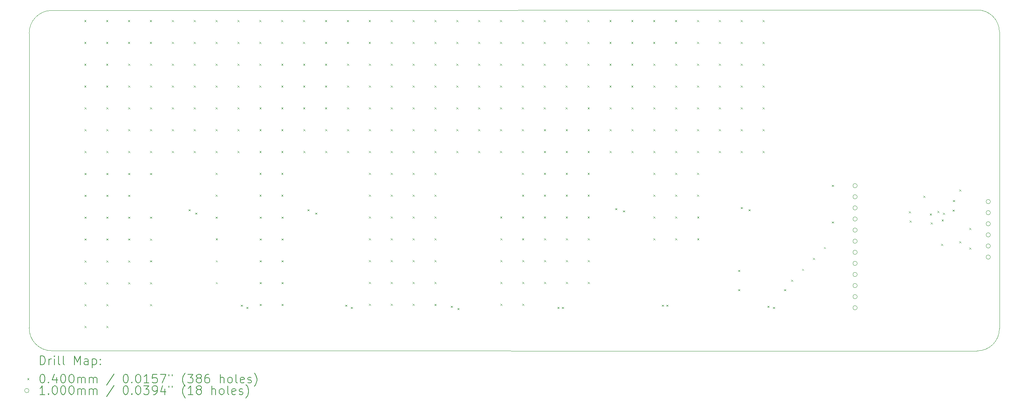
<source format=gbr>
%TF.GenerationSoftware,KiCad,Pcbnew,6.0.8-f2edbf62ab~116~ubuntu20.04.1*%
%TF.CreationDate,2022-10-14T13:30:34-04:00*%
%TF.ProjectId,developmentboard,64657665-6c6f-4706-9d65-6e74626f6172,rev?*%
%TF.SameCoordinates,Original*%
%TF.FileFunction,Drillmap*%
%TF.FilePolarity,Positive*%
%FSLAX45Y45*%
G04 Gerber Fmt 4.5, Leading zero omitted, Abs format (unit mm)*
G04 Created by KiCad (PCBNEW 6.0.8-f2edbf62ab~116~ubuntu20.04.1) date 2022-10-14 13:30:34*
%MOMM*%
%LPD*%
G01*
G04 APERTURE LIST*
%ADD10C,0.100000*%
%ADD11C,0.200000*%
%ADD12C,0.040000*%
G04 APERTURE END LIST*
D10*
X25599400Y-12517819D02*
G75*
G03*
X26109400Y-12005600I5600J504429D01*
G01*
X26109395Y-5215600D02*
G75*
G03*
X25599400Y-4715600I-502726J-2680D01*
G01*
X26109400Y-5215600D02*
X26109400Y-12005600D01*
X25599400Y-12517818D02*
X4449400Y-12515600D01*
X4439400Y-4725600D02*
G75*
G03*
X3929400Y-5245600I5962J-515944D01*
G01*
X3929400Y-11985600D02*
X3929400Y-5245600D01*
X4439400Y-4725600D02*
X25599400Y-4715600D01*
X3929401Y-11985600D02*
G75*
G03*
X4449400Y-12515600I513809J-15980D01*
G01*
D11*
D12*
X5188400Y-4945600D02*
X5228400Y-4985600D01*
X5228400Y-4945600D02*
X5188400Y-4985600D01*
X5188400Y-5445600D02*
X5228400Y-5485600D01*
X5228400Y-5445600D02*
X5188400Y-5485600D01*
X5189400Y-5945600D02*
X5229400Y-5985600D01*
X5229400Y-5945600D02*
X5189400Y-5985600D01*
X5189400Y-6445600D02*
X5229400Y-6485600D01*
X5229400Y-6445600D02*
X5189400Y-6485600D01*
X5190400Y-6944600D02*
X5230400Y-6984600D01*
X5230400Y-6944600D02*
X5190400Y-6984600D01*
X5191400Y-7444600D02*
X5231400Y-7484600D01*
X5231400Y-7444600D02*
X5191400Y-7484600D01*
X5191400Y-7944600D02*
X5231400Y-7984600D01*
X5231400Y-7944600D02*
X5191400Y-7984600D01*
X5191400Y-8445600D02*
X5231400Y-8485600D01*
X5231400Y-8445600D02*
X5191400Y-8485600D01*
X5191400Y-8945600D02*
X5231400Y-8985600D01*
X5231400Y-8945600D02*
X5191400Y-8985600D01*
X5191400Y-9445600D02*
X5231400Y-9485600D01*
X5231400Y-9445600D02*
X5191400Y-9485600D01*
X5191400Y-9945600D02*
X5231400Y-9985600D01*
X5231400Y-9945600D02*
X5191400Y-9985600D01*
X5191400Y-10446600D02*
X5231400Y-10486600D01*
X5231400Y-10446600D02*
X5191400Y-10486600D01*
X5191400Y-10946600D02*
X5231400Y-10986600D01*
X5231400Y-10946600D02*
X5191400Y-10986600D01*
X5192400Y-11449600D02*
X5232400Y-11489600D01*
X5232400Y-11449600D02*
X5192400Y-11489600D01*
X5192400Y-11949600D02*
X5232400Y-11989600D01*
X5232400Y-11949600D02*
X5192400Y-11989600D01*
X5688400Y-4945600D02*
X5728400Y-4985600D01*
X5728400Y-4945600D02*
X5688400Y-4985600D01*
X5688400Y-5445600D02*
X5728400Y-5485600D01*
X5728400Y-5445600D02*
X5688400Y-5485600D01*
X5689400Y-5945600D02*
X5729400Y-5985600D01*
X5729400Y-5945600D02*
X5689400Y-5985600D01*
X5689400Y-6445600D02*
X5729400Y-6485600D01*
X5729400Y-6445600D02*
X5689400Y-6485600D01*
X5690400Y-6944600D02*
X5730400Y-6984600D01*
X5730400Y-6944600D02*
X5690400Y-6984600D01*
X5691400Y-7444600D02*
X5731400Y-7484600D01*
X5731400Y-7444600D02*
X5691400Y-7484600D01*
X5691400Y-7944600D02*
X5731400Y-7984600D01*
X5731400Y-7944600D02*
X5691400Y-7984600D01*
X5691400Y-8445600D02*
X5731400Y-8485600D01*
X5731400Y-8445600D02*
X5691400Y-8485600D01*
X5691400Y-8945600D02*
X5731400Y-8985600D01*
X5731400Y-8945600D02*
X5691400Y-8985600D01*
X5691400Y-9445600D02*
X5731400Y-9485600D01*
X5731400Y-9445600D02*
X5691400Y-9485600D01*
X5691400Y-9945600D02*
X5731400Y-9985600D01*
X5731400Y-9945600D02*
X5691400Y-9985600D01*
X5691400Y-10446600D02*
X5731400Y-10486600D01*
X5731400Y-10446600D02*
X5691400Y-10486600D01*
X5691400Y-10946600D02*
X5731400Y-10986600D01*
X5731400Y-10946600D02*
X5691400Y-10986600D01*
X5692400Y-11449600D02*
X5732400Y-11489600D01*
X5732400Y-11449600D02*
X5692400Y-11489600D01*
X5692400Y-11949600D02*
X5732400Y-11989600D01*
X5732400Y-11949600D02*
X5692400Y-11989600D01*
X6188400Y-4945600D02*
X6228400Y-4985600D01*
X6228400Y-4945600D02*
X6188400Y-4985600D01*
X6188400Y-5445600D02*
X6228400Y-5485600D01*
X6228400Y-5445600D02*
X6188400Y-5485600D01*
X6189400Y-5945600D02*
X6229400Y-5985600D01*
X6229400Y-5945600D02*
X6189400Y-5985600D01*
X6189400Y-6445600D02*
X6229400Y-6485600D01*
X6229400Y-6445600D02*
X6189400Y-6485600D01*
X6190400Y-6944600D02*
X6230400Y-6984600D01*
X6230400Y-6944600D02*
X6190400Y-6984600D01*
X6191400Y-7444600D02*
X6231400Y-7484600D01*
X6231400Y-7444600D02*
X6191400Y-7484600D01*
X6191400Y-7944600D02*
X6231400Y-7984600D01*
X6231400Y-7944600D02*
X6191400Y-7984600D01*
X6191400Y-8445600D02*
X6231400Y-8485600D01*
X6231400Y-8445600D02*
X6191400Y-8485600D01*
X6191400Y-8945600D02*
X6231400Y-8985600D01*
X6231400Y-8945600D02*
X6191400Y-8985600D01*
X6191400Y-9445600D02*
X6231400Y-9485600D01*
X6231400Y-9445600D02*
X6191400Y-9485600D01*
X6191400Y-9945600D02*
X6231400Y-9985600D01*
X6231400Y-9945600D02*
X6191400Y-9985600D01*
X6191400Y-10446600D02*
X6231400Y-10486600D01*
X6231400Y-10446600D02*
X6191400Y-10486600D01*
X6191400Y-10946600D02*
X6231400Y-10986600D01*
X6231400Y-10946600D02*
X6191400Y-10986600D01*
X6688400Y-4945600D02*
X6728400Y-4985600D01*
X6728400Y-4945600D02*
X6688400Y-4985600D01*
X6688400Y-5445600D02*
X6728400Y-5485600D01*
X6728400Y-5445600D02*
X6688400Y-5485600D01*
X6689400Y-5945600D02*
X6729400Y-5985600D01*
X6729400Y-5945600D02*
X6689400Y-5985600D01*
X6689400Y-6445600D02*
X6729400Y-6485600D01*
X6729400Y-6445600D02*
X6689400Y-6485600D01*
X6690400Y-6944600D02*
X6730400Y-6984600D01*
X6730400Y-6944600D02*
X6690400Y-6984600D01*
X6691400Y-7444600D02*
X6731400Y-7484600D01*
X6731400Y-7444600D02*
X6691400Y-7484600D01*
X6691400Y-7944600D02*
X6731400Y-7984600D01*
X6731400Y-7944600D02*
X6691400Y-7984600D01*
X6691400Y-8445600D02*
X6731400Y-8485600D01*
X6731400Y-8445600D02*
X6691400Y-8485600D01*
X6691400Y-9446600D02*
X6731400Y-9486600D01*
X6731400Y-9446600D02*
X6691400Y-9486600D01*
X6691400Y-9946600D02*
X6731400Y-9986600D01*
X6731400Y-9946600D02*
X6691400Y-9986600D01*
X6692400Y-10445600D02*
X6732400Y-10485600D01*
X6732400Y-10445600D02*
X6692400Y-10485600D01*
X6693400Y-10945600D02*
X6733400Y-10985600D01*
X6733400Y-10945600D02*
X6693400Y-10985600D01*
X6693400Y-11445600D02*
X6733400Y-11485600D01*
X6733400Y-11445600D02*
X6693400Y-11485600D01*
X7189400Y-4944600D02*
X7229400Y-4984600D01*
X7229400Y-4944600D02*
X7189400Y-4984600D01*
X7189400Y-5444600D02*
X7229400Y-5484600D01*
X7229400Y-5444600D02*
X7189400Y-5484600D01*
X7190400Y-5944600D02*
X7230400Y-5984600D01*
X7230400Y-5944600D02*
X7190400Y-5984600D01*
X7190400Y-6444600D02*
X7230400Y-6484600D01*
X7230400Y-6444600D02*
X7190400Y-6484600D01*
X7191400Y-6943600D02*
X7231400Y-6983600D01*
X7231400Y-6943600D02*
X7191400Y-6983600D01*
X7192400Y-7443600D02*
X7232400Y-7483600D01*
X7232400Y-7443600D02*
X7192400Y-7483600D01*
X7192400Y-7943600D02*
X7232400Y-7983600D01*
X7232400Y-7943600D02*
X7192400Y-7983600D01*
X7574600Y-9276400D02*
X7614600Y-9316400D01*
X7614600Y-9276400D02*
X7574600Y-9316400D01*
X7689400Y-4944600D02*
X7729400Y-4984600D01*
X7729400Y-4944600D02*
X7689400Y-4984600D01*
X7689400Y-5444600D02*
X7729400Y-5484600D01*
X7729400Y-5444600D02*
X7689400Y-5484600D01*
X7690400Y-5944600D02*
X7730400Y-5984600D01*
X7730400Y-5944600D02*
X7690400Y-5984600D01*
X7690400Y-6444600D02*
X7730400Y-6484600D01*
X7730400Y-6444600D02*
X7690400Y-6484600D01*
X7691400Y-6943600D02*
X7731400Y-6983600D01*
X7731400Y-6943600D02*
X7691400Y-6983600D01*
X7692400Y-7443600D02*
X7732400Y-7483600D01*
X7732400Y-7443600D02*
X7692400Y-7483600D01*
X7692400Y-7943600D02*
X7732400Y-7983600D01*
X7732400Y-7943600D02*
X7692400Y-7983600D01*
X7727000Y-9352600D02*
X7767000Y-9392600D01*
X7767000Y-9352600D02*
X7727000Y-9392600D01*
X8189400Y-4944600D02*
X8229400Y-4984600D01*
X8229400Y-4944600D02*
X8189400Y-4984600D01*
X8189400Y-5444600D02*
X8229400Y-5484600D01*
X8229400Y-5444600D02*
X8189400Y-5484600D01*
X8190400Y-5944600D02*
X8230400Y-5984600D01*
X8230400Y-5944600D02*
X8190400Y-5984600D01*
X8190400Y-6444600D02*
X8230400Y-6484600D01*
X8230400Y-6444600D02*
X8190400Y-6484600D01*
X8191400Y-6943600D02*
X8231400Y-6983600D01*
X8231400Y-6943600D02*
X8191400Y-6983600D01*
X8192400Y-7443600D02*
X8232400Y-7483600D01*
X8232400Y-7443600D02*
X8192400Y-7483600D01*
X8192400Y-7943600D02*
X8232400Y-7983600D01*
X8232400Y-7943600D02*
X8192400Y-7983600D01*
X8192400Y-8444600D02*
X8232400Y-8484600D01*
X8232400Y-8444600D02*
X8192400Y-8484600D01*
X8193400Y-8944600D02*
X8233400Y-8984600D01*
X8233400Y-8944600D02*
X8193400Y-8984600D01*
X8193400Y-9444600D02*
X8233400Y-9484600D01*
X8233400Y-9444600D02*
X8193400Y-9484600D01*
X8194400Y-9943600D02*
X8234400Y-9983600D01*
X8234400Y-9943600D02*
X8194400Y-9983600D01*
X8195400Y-10443600D02*
X8235400Y-10483600D01*
X8235400Y-10443600D02*
X8195400Y-10483600D01*
X8195400Y-10943600D02*
X8235400Y-10983600D01*
X8235400Y-10943600D02*
X8195400Y-10983600D01*
X8689400Y-4944600D02*
X8729400Y-4984600D01*
X8729400Y-4944600D02*
X8689400Y-4984600D01*
X8689400Y-5444600D02*
X8729400Y-5484600D01*
X8729400Y-5444600D02*
X8689400Y-5484600D01*
X8690400Y-5944600D02*
X8730400Y-5984600D01*
X8730400Y-5944600D02*
X8690400Y-5984600D01*
X8690400Y-6444600D02*
X8730400Y-6484600D01*
X8730400Y-6444600D02*
X8690400Y-6484600D01*
X8691400Y-6943600D02*
X8731400Y-6983600D01*
X8731400Y-6943600D02*
X8691400Y-6983600D01*
X8692400Y-7443600D02*
X8732400Y-7483600D01*
X8732400Y-7443600D02*
X8692400Y-7483600D01*
X8692400Y-7943600D02*
X8732400Y-7983600D01*
X8732400Y-7943600D02*
X8692400Y-7983600D01*
X8768400Y-11460800D02*
X8808400Y-11500800D01*
X8808400Y-11460800D02*
X8768400Y-11500800D01*
X8895400Y-11511600D02*
X8935400Y-11551600D01*
X8935400Y-11511600D02*
X8895400Y-11551600D01*
X9191400Y-4944600D02*
X9231400Y-4984600D01*
X9231400Y-4944600D02*
X9191400Y-4984600D01*
X9191400Y-5444600D02*
X9231400Y-5484600D01*
X9231400Y-5444600D02*
X9191400Y-5484600D01*
X9192400Y-5944600D02*
X9232400Y-5984600D01*
X9232400Y-5944600D02*
X9192400Y-5984600D01*
X9192400Y-6444600D02*
X9232400Y-6484600D01*
X9232400Y-6444600D02*
X9192400Y-6484600D01*
X9193400Y-6943600D02*
X9233400Y-6983600D01*
X9233400Y-6943600D02*
X9193400Y-6983600D01*
X9194400Y-7443600D02*
X9234400Y-7483600D01*
X9234400Y-7443600D02*
X9194400Y-7483600D01*
X9194400Y-7943600D02*
X9234400Y-7983600D01*
X9234400Y-7943600D02*
X9194400Y-7983600D01*
X9194400Y-8444600D02*
X9234400Y-8484600D01*
X9234400Y-8444600D02*
X9194400Y-8484600D01*
X9194400Y-8944600D02*
X9234400Y-8984600D01*
X9234400Y-8944600D02*
X9194400Y-8984600D01*
X9195400Y-9444600D02*
X9235400Y-9484600D01*
X9235400Y-9444600D02*
X9195400Y-9484600D01*
X9195400Y-9944600D02*
X9235400Y-9984600D01*
X9235400Y-9944600D02*
X9195400Y-9984600D01*
X9196400Y-10443600D02*
X9236400Y-10483600D01*
X9236400Y-10443600D02*
X9196400Y-10483600D01*
X9197400Y-10943600D02*
X9237400Y-10983600D01*
X9237400Y-10943600D02*
X9197400Y-10983600D01*
X9197400Y-11443600D02*
X9237400Y-11483600D01*
X9237400Y-11443600D02*
X9197400Y-11483600D01*
X9691400Y-4944600D02*
X9731400Y-4984600D01*
X9731400Y-4944600D02*
X9691400Y-4984600D01*
X9691400Y-5444600D02*
X9731400Y-5484600D01*
X9731400Y-5444600D02*
X9691400Y-5484600D01*
X9692400Y-5944600D02*
X9732400Y-5984600D01*
X9732400Y-5944600D02*
X9692400Y-5984600D01*
X9692400Y-6444600D02*
X9732400Y-6484600D01*
X9732400Y-6444600D02*
X9692400Y-6484600D01*
X9693400Y-6943600D02*
X9733400Y-6983600D01*
X9733400Y-6943600D02*
X9693400Y-6983600D01*
X9694400Y-7443600D02*
X9734400Y-7483600D01*
X9734400Y-7443600D02*
X9694400Y-7483600D01*
X9694400Y-7943600D02*
X9734400Y-7983600D01*
X9734400Y-7943600D02*
X9694400Y-7983600D01*
X9694400Y-8444600D02*
X9734400Y-8484600D01*
X9734400Y-8444600D02*
X9694400Y-8484600D01*
X9694400Y-8944600D02*
X9734400Y-8984600D01*
X9734400Y-8944600D02*
X9694400Y-8984600D01*
X9695400Y-9444600D02*
X9735400Y-9484600D01*
X9735400Y-9444600D02*
X9695400Y-9484600D01*
X9695400Y-9944600D02*
X9735400Y-9984600D01*
X9735400Y-9944600D02*
X9695400Y-9984600D01*
X9696400Y-10443600D02*
X9736400Y-10483600D01*
X9736400Y-10443600D02*
X9696400Y-10483600D01*
X9697400Y-10943600D02*
X9737400Y-10983600D01*
X9737400Y-10943600D02*
X9697400Y-10983600D01*
X9697400Y-11443600D02*
X9737400Y-11483600D01*
X9737400Y-11443600D02*
X9697400Y-11483600D01*
X10191400Y-4944600D02*
X10231400Y-4984600D01*
X10231400Y-4944600D02*
X10191400Y-4984600D01*
X10191400Y-5444600D02*
X10231400Y-5484600D01*
X10231400Y-5444600D02*
X10191400Y-5484600D01*
X10192400Y-5944600D02*
X10232400Y-5984600D01*
X10232400Y-5944600D02*
X10192400Y-5984600D01*
X10192400Y-6444600D02*
X10232400Y-6484600D01*
X10232400Y-6444600D02*
X10192400Y-6484600D01*
X10193400Y-6943600D02*
X10233400Y-6983600D01*
X10233400Y-6943600D02*
X10193400Y-6983600D01*
X10194400Y-7443600D02*
X10234400Y-7483600D01*
X10234400Y-7443600D02*
X10194400Y-7483600D01*
X10194400Y-7943600D02*
X10234400Y-7983600D01*
X10234400Y-7943600D02*
X10194400Y-7983600D01*
X10292400Y-9276400D02*
X10332400Y-9316400D01*
X10332400Y-9276400D02*
X10292400Y-9316400D01*
X10470200Y-9352600D02*
X10510200Y-9392600D01*
X10510200Y-9352600D02*
X10470200Y-9392600D01*
X10691400Y-4944600D02*
X10731400Y-4984600D01*
X10731400Y-4944600D02*
X10691400Y-4984600D01*
X10691400Y-5444600D02*
X10731400Y-5484600D01*
X10731400Y-5444600D02*
X10691400Y-5484600D01*
X10692400Y-5944600D02*
X10732400Y-5984600D01*
X10732400Y-5944600D02*
X10692400Y-5984600D01*
X10692400Y-6444600D02*
X10732400Y-6484600D01*
X10732400Y-6444600D02*
X10692400Y-6484600D01*
X10693400Y-6943600D02*
X10733400Y-6983600D01*
X10733400Y-6943600D02*
X10693400Y-6983600D01*
X10694400Y-7443600D02*
X10734400Y-7483600D01*
X10734400Y-7443600D02*
X10694400Y-7483600D01*
X10694400Y-7943600D02*
X10734400Y-7983600D01*
X10734400Y-7943600D02*
X10694400Y-7983600D01*
X11156000Y-11460800D02*
X11196000Y-11500800D01*
X11196000Y-11460800D02*
X11156000Y-11500800D01*
X11192400Y-4943600D02*
X11232400Y-4983600D01*
X11232400Y-4943600D02*
X11192400Y-4983600D01*
X11192400Y-5443600D02*
X11232400Y-5483600D01*
X11232400Y-5443600D02*
X11192400Y-5483600D01*
X11193400Y-5943600D02*
X11233400Y-5983600D01*
X11233400Y-5943600D02*
X11193400Y-5983600D01*
X11193400Y-6443600D02*
X11233400Y-6483600D01*
X11233400Y-6443600D02*
X11193400Y-6483600D01*
X11194400Y-6942600D02*
X11234400Y-6982600D01*
X11234400Y-6942600D02*
X11194400Y-6982600D01*
X11195400Y-7442600D02*
X11235400Y-7482600D01*
X11235400Y-7442600D02*
X11195400Y-7482600D01*
X11195400Y-7942600D02*
X11235400Y-7982600D01*
X11235400Y-7942600D02*
X11195400Y-7982600D01*
X11283000Y-11511600D02*
X11323000Y-11551600D01*
X11323000Y-11511600D02*
X11283000Y-11551600D01*
X11692400Y-4943600D02*
X11732400Y-4983600D01*
X11732400Y-4943600D02*
X11692400Y-4983600D01*
X11692400Y-5443600D02*
X11732400Y-5483600D01*
X11732400Y-5443600D02*
X11692400Y-5483600D01*
X11693400Y-5943600D02*
X11733400Y-5983600D01*
X11733400Y-5943600D02*
X11693400Y-5983600D01*
X11693400Y-6443600D02*
X11733400Y-6483600D01*
X11733400Y-6443600D02*
X11693400Y-6483600D01*
X11694400Y-6942600D02*
X11734400Y-6982600D01*
X11734400Y-6942600D02*
X11694400Y-6982600D01*
X11694400Y-8442600D02*
X11734400Y-8482600D01*
X11734400Y-8442600D02*
X11694400Y-8482600D01*
X11695400Y-7442600D02*
X11735400Y-7482600D01*
X11735400Y-7442600D02*
X11695400Y-7482600D01*
X11695400Y-7942600D02*
X11735400Y-7982600D01*
X11735400Y-7942600D02*
X11695400Y-7982600D01*
X11695400Y-8941600D02*
X11735400Y-8981600D01*
X11735400Y-8941600D02*
X11695400Y-8981600D01*
X11696400Y-9441600D02*
X11736400Y-9481600D01*
X11736400Y-9441600D02*
X11696400Y-9481600D01*
X11696400Y-9941600D02*
X11736400Y-9981600D01*
X11736400Y-9941600D02*
X11696400Y-9981600D01*
X11696400Y-10441600D02*
X11736400Y-10481600D01*
X11736400Y-10441600D02*
X11696400Y-10481600D01*
X11697400Y-10941600D02*
X11737400Y-10981600D01*
X11737400Y-10941600D02*
X11697400Y-10981600D01*
X11697400Y-11441600D02*
X11737400Y-11481600D01*
X11737400Y-11441600D02*
X11697400Y-11481600D01*
X12192400Y-4943600D02*
X12232400Y-4983600D01*
X12232400Y-4943600D02*
X12192400Y-4983600D01*
X12192400Y-5443600D02*
X12232400Y-5483600D01*
X12232400Y-5443600D02*
X12192400Y-5483600D01*
X12193400Y-5943600D02*
X12233400Y-5983600D01*
X12233400Y-5943600D02*
X12193400Y-5983600D01*
X12193400Y-6443600D02*
X12233400Y-6483600D01*
X12233400Y-6443600D02*
X12193400Y-6483600D01*
X12194400Y-6942600D02*
X12234400Y-6982600D01*
X12234400Y-6942600D02*
X12194400Y-6982600D01*
X12194400Y-8442600D02*
X12234400Y-8482600D01*
X12234400Y-8442600D02*
X12194400Y-8482600D01*
X12195400Y-7442600D02*
X12235400Y-7482600D01*
X12235400Y-7442600D02*
X12195400Y-7482600D01*
X12195400Y-7942600D02*
X12235400Y-7982600D01*
X12235400Y-7942600D02*
X12195400Y-7982600D01*
X12195400Y-8941600D02*
X12235400Y-8981600D01*
X12235400Y-8941600D02*
X12195400Y-8981600D01*
X12196400Y-9441600D02*
X12236400Y-9481600D01*
X12236400Y-9441600D02*
X12196400Y-9481600D01*
X12196400Y-9941600D02*
X12236400Y-9981600D01*
X12236400Y-9941600D02*
X12196400Y-9981600D01*
X12196400Y-10441600D02*
X12236400Y-10481600D01*
X12236400Y-10441600D02*
X12196400Y-10481600D01*
X12197400Y-10941600D02*
X12237400Y-10981600D01*
X12237400Y-10941600D02*
X12197400Y-10981600D01*
X12197400Y-11441600D02*
X12237400Y-11481600D01*
X12237400Y-11441600D02*
X12197400Y-11481600D01*
X12692400Y-4943600D02*
X12732400Y-4983600D01*
X12732400Y-4943600D02*
X12692400Y-4983600D01*
X12692400Y-5443600D02*
X12732400Y-5483600D01*
X12732400Y-5443600D02*
X12692400Y-5483600D01*
X12693400Y-5943600D02*
X12733400Y-5983600D01*
X12733400Y-5943600D02*
X12693400Y-5983600D01*
X12693400Y-6443600D02*
X12733400Y-6483600D01*
X12733400Y-6443600D02*
X12693400Y-6483600D01*
X12694400Y-6942600D02*
X12734400Y-6982600D01*
X12734400Y-6942600D02*
X12694400Y-6982600D01*
X12694400Y-8442600D02*
X12734400Y-8482600D01*
X12734400Y-8442600D02*
X12694400Y-8482600D01*
X12695400Y-7442600D02*
X12735400Y-7482600D01*
X12735400Y-7442600D02*
X12695400Y-7482600D01*
X12695400Y-7942600D02*
X12735400Y-7982600D01*
X12735400Y-7942600D02*
X12695400Y-7982600D01*
X12695400Y-8941600D02*
X12735400Y-8981600D01*
X12735400Y-8941600D02*
X12695400Y-8981600D01*
X12696400Y-9441600D02*
X12736400Y-9481600D01*
X12736400Y-9441600D02*
X12696400Y-9481600D01*
X12696400Y-9941600D02*
X12736400Y-9981600D01*
X12736400Y-9941600D02*
X12696400Y-9981600D01*
X12696400Y-10441600D02*
X12736400Y-10481600D01*
X12736400Y-10441600D02*
X12696400Y-10481600D01*
X12697400Y-10941600D02*
X12737400Y-10981600D01*
X12737400Y-10941600D02*
X12697400Y-10981600D01*
X12697400Y-11441600D02*
X12737400Y-11481600D01*
X12737400Y-11441600D02*
X12697400Y-11481600D01*
X13191400Y-4944600D02*
X13231400Y-4984600D01*
X13231400Y-4944600D02*
X13191400Y-4984600D01*
X13191400Y-5444600D02*
X13231400Y-5484600D01*
X13231400Y-5444600D02*
X13191400Y-5484600D01*
X13192400Y-5944600D02*
X13232400Y-5984600D01*
X13232400Y-5944600D02*
X13192400Y-5984600D01*
X13192400Y-6444600D02*
X13232400Y-6484600D01*
X13232400Y-6444600D02*
X13192400Y-6484600D01*
X13193400Y-6943600D02*
X13233400Y-6983600D01*
X13233400Y-6943600D02*
X13193400Y-6983600D01*
X13193400Y-8443600D02*
X13233400Y-8483600D01*
X13233400Y-8443600D02*
X13193400Y-8483600D01*
X13194400Y-7443600D02*
X13234400Y-7483600D01*
X13234400Y-7443600D02*
X13194400Y-7483600D01*
X13194400Y-7943600D02*
X13234400Y-7983600D01*
X13234400Y-7943600D02*
X13194400Y-7983600D01*
X13194400Y-8942600D02*
X13234400Y-8982600D01*
X13234400Y-8942600D02*
X13194400Y-8982600D01*
X13195400Y-9442600D02*
X13235400Y-9482600D01*
X13235400Y-9442600D02*
X13195400Y-9482600D01*
X13195400Y-9942600D02*
X13235400Y-9982600D01*
X13235400Y-9942600D02*
X13195400Y-9982600D01*
X13195400Y-10442600D02*
X13235400Y-10482600D01*
X13235400Y-10442600D02*
X13195400Y-10482600D01*
X13196400Y-10942600D02*
X13236400Y-10982600D01*
X13236400Y-10942600D02*
X13196400Y-10982600D01*
X13196400Y-11442600D02*
X13236400Y-11482600D01*
X13236400Y-11442600D02*
X13196400Y-11482600D01*
X13569000Y-11486200D02*
X13609000Y-11526200D01*
X13609000Y-11486200D02*
X13569000Y-11526200D01*
X13691400Y-4944600D02*
X13731400Y-4984600D01*
X13731400Y-4944600D02*
X13691400Y-4984600D01*
X13691400Y-5444600D02*
X13731400Y-5484600D01*
X13731400Y-5444600D02*
X13691400Y-5484600D01*
X13692400Y-5944600D02*
X13732400Y-5984600D01*
X13732400Y-5944600D02*
X13692400Y-5984600D01*
X13692400Y-6444600D02*
X13732400Y-6484600D01*
X13732400Y-6444600D02*
X13692400Y-6484600D01*
X13693400Y-6943600D02*
X13733400Y-6983600D01*
X13733400Y-6943600D02*
X13693400Y-6983600D01*
X13694400Y-7443600D02*
X13734400Y-7483600D01*
X13734400Y-7443600D02*
X13694400Y-7483600D01*
X13694400Y-7943600D02*
X13734400Y-7983600D01*
X13734400Y-7943600D02*
X13694400Y-7983600D01*
X13721400Y-11537000D02*
X13761400Y-11577000D01*
X13761400Y-11537000D02*
X13721400Y-11577000D01*
X14191400Y-4944600D02*
X14231400Y-4984600D01*
X14231400Y-4944600D02*
X14191400Y-4984600D01*
X14191400Y-5444600D02*
X14231400Y-5484600D01*
X14231400Y-5444600D02*
X14191400Y-5484600D01*
X14192400Y-5944600D02*
X14232400Y-5984600D01*
X14232400Y-5944600D02*
X14192400Y-5984600D01*
X14192400Y-6444600D02*
X14232400Y-6484600D01*
X14232400Y-6444600D02*
X14192400Y-6484600D01*
X14193400Y-6943600D02*
X14233400Y-6983600D01*
X14233400Y-6943600D02*
X14193400Y-6983600D01*
X14194400Y-7443600D02*
X14234400Y-7483600D01*
X14234400Y-7443600D02*
X14194400Y-7483600D01*
X14194400Y-7943600D02*
X14234400Y-7983600D01*
X14234400Y-7943600D02*
X14194400Y-7983600D01*
X14691400Y-4944600D02*
X14731400Y-4984600D01*
X14731400Y-4944600D02*
X14691400Y-4984600D01*
X14691400Y-5444600D02*
X14731400Y-5484600D01*
X14731400Y-5444600D02*
X14691400Y-5484600D01*
X14692400Y-5944600D02*
X14732400Y-5984600D01*
X14732400Y-5944600D02*
X14692400Y-5984600D01*
X14692400Y-6444600D02*
X14732400Y-6484600D01*
X14732400Y-6444600D02*
X14692400Y-6484600D01*
X14693400Y-6943600D02*
X14733400Y-6983600D01*
X14733400Y-6943600D02*
X14693400Y-6983600D01*
X14694400Y-7443600D02*
X14734400Y-7483600D01*
X14734400Y-7443600D02*
X14694400Y-7483600D01*
X14694400Y-7943600D02*
X14734400Y-7983600D01*
X14734400Y-7943600D02*
X14694400Y-7983600D01*
X14697400Y-9439600D02*
X14737400Y-9479600D01*
X14737400Y-9439600D02*
X14697400Y-9479600D01*
X14698400Y-9938600D02*
X14738400Y-9978600D01*
X14738400Y-9938600D02*
X14698400Y-9978600D01*
X14699400Y-10438600D02*
X14739400Y-10478600D01*
X14739400Y-10438600D02*
X14699400Y-10478600D01*
X14699400Y-10938600D02*
X14739400Y-10978600D01*
X14739400Y-10938600D02*
X14699400Y-10978600D01*
X14700400Y-11438600D02*
X14740400Y-11478600D01*
X14740400Y-11438600D02*
X14700400Y-11478600D01*
X15192400Y-4943600D02*
X15232400Y-4983600D01*
X15232400Y-4943600D02*
X15192400Y-4983600D01*
X15192400Y-5443600D02*
X15232400Y-5483600D01*
X15232400Y-5443600D02*
X15192400Y-5483600D01*
X15193400Y-5943600D02*
X15233400Y-5983600D01*
X15233400Y-5943600D02*
X15193400Y-5983600D01*
X15193400Y-6443600D02*
X15233400Y-6483600D01*
X15233400Y-6443600D02*
X15193400Y-6483600D01*
X15194400Y-6942600D02*
X15234400Y-6982600D01*
X15234400Y-6942600D02*
X15194400Y-6982600D01*
X15195400Y-7442600D02*
X15235400Y-7482600D01*
X15235400Y-7442600D02*
X15195400Y-7482600D01*
X15195400Y-7942600D02*
X15235400Y-7982600D01*
X15235400Y-7942600D02*
X15195400Y-7982600D01*
X15195400Y-8441600D02*
X15235400Y-8481600D01*
X15235400Y-8441600D02*
X15195400Y-8481600D01*
X15196400Y-8941600D02*
X15236400Y-8981600D01*
X15236400Y-8941600D02*
X15196400Y-8981600D01*
X15196400Y-9441600D02*
X15236400Y-9481600D01*
X15236400Y-9441600D02*
X15196400Y-9481600D01*
X15197400Y-9940600D02*
X15237400Y-9980600D01*
X15237400Y-9940600D02*
X15197400Y-9980600D01*
X15198400Y-10440600D02*
X15238400Y-10480600D01*
X15238400Y-10440600D02*
X15198400Y-10480600D01*
X15198400Y-10940600D02*
X15238400Y-10980600D01*
X15238400Y-10940600D02*
X15198400Y-10980600D01*
X15199400Y-11440600D02*
X15239400Y-11480600D01*
X15239400Y-11440600D02*
X15199400Y-11480600D01*
X15692400Y-4943600D02*
X15732400Y-4983600D01*
X15732400Y-4943600D02*
X15692400Y-4983600D01*
X15692400Y-5443600D02*
X15732400Y-5483600D01*
X15732400Y-5443600D02*
X15692400Y-5483600D01*
X15693400Y-5943600D02*
X15733400Y-5983600D01*
X15733400Y-5943600D02*
X15693400Y-5983600D01*
X15693400Y-6443600D02*
X15733400Y-6483600D01*
X15733400Y-6443600D02*
X15693400Y-6483600D01*
X15694400Y-6942600D02*
X15734400Y-6982600D01*
X15734400Y-6942600D02*
X15694400Y-6982600D01*
X15695400Y-7442600D02*
X15735400Y-7482600D01*
X15735400Y-7442600D02*
X15695400Y-7482600D01*
X15695400Y-7942600D02*
X15735400Y-7982600D01*
X15735400Y-7942600D02*
X15695400Y-7982600D01*
X15695400Y-8441600D02*
X15735400Y-8481600D01*
X15735400Y-8441600D02*
X15695400Y-8481600D01*
X15696400Y-8941600D02*
X15736400Y-8981600D01*
X15736400Y-8941600D02*
X15696400Y-8981600D01*
X15696400Y-9441600D02*
X15736400Y-9481600D01*
X15736400Y-9441600D02*
X15696400Y-9481600D01*
X15697400Y-9940600D02*
X15737400Y-9980600D01*
X15737400Y-9940600D02*
X15697400Y-9980600D01*
X15698400Y-10440600D02*
X15738400Y-10480600D01*
X15738400Y-10440600D02*
X15698400Y-10480600D01*
X15698400Y-10940600D02*
X15738400Y-10980600D01*
X15738400Y-10940600D02*
X15698400Y-10980600D01*
X16007400Y-11511600D02*
X16047400Y-11551600D01*
X16047400Y-11511600D02*
X16007400Y-11551600D01*
X16109000Y-11511600D02*
X16149000Y-11551600D01*
X16149000Y-11511600D02*
X16109000Y-11551600D01*
X16192400Y-4943600D02*
X16232400Y-4983600D01*
X16232400Y-4943600D02*
X16192400Y-4983600D01*
X16192400Y-5443600D02*
X16232400Y-5483600D01*
X16232400Y-5443600D02*
X16192400Y-5483600D01*
X16193400Y-5943600D02*
X16233400Y-5983600D01*
X16233400Y-5943600D02*
X16193400Y-5983600D01*
X16193400Y-6443600D02*
X16233400Y-6483600D01*
X16233400Y-6443600D02*
X16193400Y-6483600D01*
X16194400Y-6942600D02*
X16234400Y-6982600D01*
X16234400Y-6942600D02*
X16194400Y-6982600D01*
X16195400Y-7442600D02*
X16235400Y-7482600D01*
X16235400Y-7442600D02*
X16195400Y-7482600D01*
X16195400Y-7942600D02*
X16235400Y-7982600D01*
X16235400Y-7942600D02*
X16195400Y-7982600D01*
X16195400Y-8442600D02*
X16235400Y-8482600D01*
X16235400Y-8442600D02*
X16195400Y-8482600D01*
X16196400Y-8942600D02*
X16236400Y-8982600D01*
X16236400Y-8942600D02*
X16196400Y-8982600D01*
X16196400Y-9442600D02*
X16236400Y-9482600D01*
X16236400Y-9442600D02*
X16196400Y-9482600D01*
X16197400Y-9941600D02*
X16237400Y-9981600D01*
X16237400Y-9941600D02*
X16197400Y-9981600D01*
X16198400Y-10441600D02*
X16238400Y-10481600D01*
X16238400Y-10441600D02*
X16198400Y-10481600D01*
X16198400Y-10941600D02*
X16238400Y-10981600D01*
X16238400Y-10941600D02*
X16198400Y-10981600D01*
X16692400Y-4943600D02*
X16732400Y-4983600D01*
X16732400Y-4943600D02*
X16692400Y-4983600D01*
X16692400Y-5443600D02*
X16732400Y-5483600D01*
X16732400Y-5443600D02*
X16692400Y-5483600D01*
X16693400Y-5943600D02*
X16733400Y-5983600D01*
X16733400Y-5943600D02*
X16693400Y-5983600D01*
X16693400Y-6443600D02*
X16733400Y-6483600D01*
X16733400Y-6443600D02*
X16693400Y-6483600D01*
X16694400Y-6942600D02*
X16734400Y-6982600D01*
X16734400Y-6942600D02*
X16694400Y-6982600D01*
X16695400Y-7442600D02*
X16735400Y-7482600D01*
X16735400Y-7442600D02*
X16695400Y-7482600D01*
X16695400Y-7942600D02*
X16735400Y-7982600D01*
X16735400Y-7942600D02*
X16695400Y-7982600D01*
X16695400Y-8442600D02*
X16735400Y-8482600D01*
X16735400Y-8442600D02*
X16695400Y-8482600D01*
X16696400Y-8942600D02*
X16736400Y-8982600D01*
X16736400Y-8942600D02*
X16696400Y-8982600D01*
X16696400Y-9442600D02*
X16736400Y-9482600D01*
X16736400Y-9442600D02*
X16696400Y-9482600D01*
X16697400Y-9941600D02*
X16737400Y-9981600D01*
X16737400Y-9941600D02*
X16697400Y-9981600D01*
X16698400Y-10441600D02*
X16738400Y-10481600D01*
X16738400Y-10441600D02*
X16698400Y-10481600D01*
X16698400Y-10941600D02*
X16738400Y-10981600D01*
X16738400Y-10941600D02*
X16698400Y-10981600D01*
X17194400Y-4943600D02*
X17234400Y-4983600D01*
X17234400Y-4943600D02*
X17194400Y-4983600D01*
X17194400Y-5443600D02*
X17234400Y-5483600D01*
X17234400Y-5443600D02*
X17194400Y-5483600D01*
X17195400Y-5943600D02*
X17235400Y-5983600D01*
X17235400Y-5943600D02*
X17195400Y-5983600D01*
X17195400Y-6443600D02*
X17235400Y-6483600D01*
X17235400Y-6443600D02*
X17195400Y-6483600D01*
X17196400Y-6942600D02*
X17236400Y-6982600D01*
X17236400Y-6942600D02*
X17196400Y-6982600D01*
X17197400Y-7442600D02*
X17237400Y-7482600D01*
X17237400Y-7442600D02*
X17197400Y-7482600D01*
X17197400Y-7942600D02*
X17237400Y-7982600D01*
X17237400Y-7942600D02*
X17197400Y-7982600D01*
X17328200Y-9251000D02*
X17368200Y-9291000D01*
X17368200Y-9251000D02*
X17328200Y-9291000D01*
X17506000Y-9301800D02*
X17546000Y-9341800D01*
X17546000Y-9301800D02*
X17506000Y-9341800D01*
X17694400Y-4943600D02*
X17734400Y-4983600D01*
X17734400Y-4943600D02*
X17694400Y-4983600D01*
X17694400Y-5443600D02*
X17734400Y-5483600D01*
X17734400Y-5443600D02*
X17694400Y-5483600D01*
X17695400Y-5943600D02*
X17735400Y-5983600D01*
X17735400Y-5943600D02*
X17695400Y-5983600D01*
X17695400Y-6443600D02*
X17735400Y-6483600D01*
X17735400Y-6443600D02*
X17695400Y-6483600D01*
X17696400Y-6942600D02*
X17736400Y-6982600D01*
X17736400Y-6942600D02*
X17696400Y-6982600D01*
X17697400Y-7442600D02*
X17737400Y-7482600D01*
X17737400Y-7442600D02*
X17697400Y-7482600D01*
X17697400Y-7942600D02*
X17737400Y-7982600D01*
X17737400Y-7942600D02*
X17697400Y-7982600D01*
X18194400Y-4943600D02*
X18234400Y-4983600D01*
X18234400Y-4943600D02*
X18194400Y-4983600D01*
X18194400Y-5443600D02*
X18234400Y-5483600D01*
X18234400Y-5443600D02*
X18194400Y-5483600D01*
X18195400Y-5943600D02*
X18235400Y-5983600D01*
X18235400Y-5943600D02*
X18195400Y-5983600D01*
X18195400Y-6443600D02*
X18235400Y-6483600D01*
X18235400Y-6443600D02*
X18195400Y-6483600D01*
X18196400Y-6942600D02*
X18236400Y-6982600D01*
X18236400Y-6942600D02*
X18196400Y-6982600D01*
X18197400Y-7442600D02*
X18237400Y-7482600D01*
X18237400Y-7442600D02*
X18197400Y-7482600D01*
X18197400Y-7942600D02*
X18237400Y-7982600D01*
X18237400Y-7942600D02*
X18197400Y-7982600D01*
X18197400Y-8442600D02*
X18237400Y-8482600D01*
X18237400Y-8442600D02*
X18197400Y-8482600D01*
X18198400Y-8941600D02*
X18238400Y-8981600D01*
X18238400Y-8941600D02*
X18198400Y-8981600D01*
X18199400Y-9441600D02*
X18239400Y-9481600D01*
X18239400Y-9441600D02*
X18199400Y-9481600D01*
X18199400Y-9941600D02*
X18239400Y-9981600D01*
X18239400Y-9941600D02*
X18199400Y-9981600D01*
X18395000Y-11460800D02*
X18435000Y-11500800D01*
X18435000Y-11460800D02*
X18395000Y-11500800D01*
X18496600Y-11460800D02*
X18536600Y-11500800D01*
X18536600Y-11460800D02*
X18496600Y-11500800D01*
X18694400Y-4943600D02*
X18734400Y-4983600D01*
X18734400Y-4943600D02*
X18694400Y-4983600D01*
X18694400Y-5443600D02*
X18734400Y-5483600D01*
X18734400Y-5443600D02*
X18694400Y-5483600D01*
X18695400Y-5943600D02*
X18735400Y-5983600D01*
X18735400Y-5943600D02*
X18695400Y-5983600D01*
X18695400Y-6443600D02*
X18735400Y-6483600D01*
X18735400Y-6443600D02*
X18695400Y-6483600D01*
X18696400Y-6942600D02*
X18736400Y-6982600D01*
X18736400Y-6942600D02*
X18696400Y-6982600D01*
X18697400Y-7442600D02*
X18737400Y-7482600D01*
X18737400Y-7442600D02*
X18697400Y-7482600D01*
X18697400Y-7942600D02*
X18737400Y-7982600D01*
X18737400Y-7942600D02*
X18697400Y-7982600D01*
X18697400Y-8442600D02*
X18737400Y-8482600D01*
X18737400Y-8442600D02*
X18697400Y-8482600D01*
X18698400Y-8941600D02*
X18738400Y-8981600D01*
X18738400Y-8941600D02*
X18698400Y-8981600D01*
X18699400Y-9441600D02*
X18739400Y-9481600D01*
X18739400Y-9441600D02*
X18699400Y-9481600D01*
X18699400Y-9941600D02*
X18739400Y-9981600D01*
X18739400Y-9941600D02*
X18699400Y-9981600D01*
X19195400Y-4942600D02*
X19235400Y-4982600D01*
X19235400Y-4942600D02*
X19195400Y-4982600D01*
X19195400Y-5442600D02*
X19235400Y-5482600D01*
X19235400Y-5442600D02*
X19195400Y-5482600D01*
X19196400Y-5942600D02*
X19236400Y-5982600D01*
X19236400Y-5942600D02*
X19196400Y-5982600D01*
X19196400Y-6442600D02*
X19236400Y-6482600D01*
X19236400Y-6442600D02*
X19196400Y-6482600D01*
X19197400Y-6941600D02*
X19237400Y-6981600D01*
X19237400Y-6941600D02*
X19197400Y-6981600D01*
X19198400Y-7441600D02*
X19238400Y-7481600D01*
X19238400Y-7441600D02*
X19198400Y-7481600D01*
X19198400Y-7941600D02*
X19238400Y-7981600D01*
X19238400Y-7941600D02*
X19198400Y-7981600D01*
X19198400Y-8441600D02*
X19238400Y-8481600D01*
X19238400Y-8441600D02*
X19198400Y-8481600D01*
X19199400Y-8940600D02*
X19239400Y-8980600D01*
X19239400Y-8940600D02*
X19199400Y-8980600D01*
X19200400Y-9440600D02*
X19240400Y-9480600D01*
X19240400Y-9440600D02*
X19200400Y-9480600D01*
X19200400Y-9940600D02*
X19240400Y-9980600D01*
X19240400Y-9940600D02*
X19200400Y-9980600D01*
X19695400Y-4942600D02*
X19735400Y-4982600D01*
X19735400Y-4942600D02*
X19695400Y-4982600D01*
X19695400Y-5442600D02*
X19735400Y-5482600D01*
X19735400Y-5442600D02*
X19695400Y-5482600D01*
X19696400Y-5942600D02*
X19736400Y-5982600D01*
X19736400Y-5942600D02*
X19696400Y-5982600D01*
X19696400Y-6442600D02*
X19736400Y-6482600D01*
X19736400Y-6442600D02*
X19696400Y-6482600D01*
X19697400Y-6941600D02*
X19737400Y-6981600D01*
X19737400Y-6941600D02*
X19697400Y-6981600D01*
X19698400Y-7441600D02*
X19738400Y-7481600D01*
X19738400Y-7441600D02*
X19698400Y-7481600D01*
X19698400Y-7941600D02*
X19738400Y-7981600D01*
X19738400Y-7941600D02*
X19698400Y-7981600D01*
X20139400Y-10665600D02*
X20179400Y-10705600D01*
X20179400Y-10665600D02*
X20139400Y-10705600D01*
X20139400Y-11105600D02*
X20179400Y-11145600D01*
X20179400Y-11105600D02*
X20139400Y-11145600D01*
X20195400Y-4942600D02*
X20235400Y-4982600D01*
X20235400Y-4942600D02*
X20195400Y-4982600D01*
X20195400Y-5442600D02*
X20235400Y-5482600D01*
X20235400Y-5442600D02*
X20195400Y-5482600D01*
X20196400Y-5942600D02*
X20236400Y-5982600D01*
X20236400Y-5942600D02*
X20196400Y-5982600D01*
X20196400Y-6442600D02*
X20236400Y-6482600D01*
X20236400Y-6442600D02*
X20196400Y-6482600D01*
X20197400Y-6941600D02*
X20237400Y-6981600D01*
X20237400Y-6941600D02*
X20197400Y-6981600D01*
X20198400Y-7441600D02*
X20238400Y-7481600D01*
X20238400Y-7441600D02*
X20198400Y-7481600D01*
X20198400Y-7941600D02*
X20238400Y-7981600D01*
X20238400Y-7941600D02*
X20198400Y-7981600D01*
X20198400Y-9225600D02*
X20238400Y-9265600D01*
X20238400Y-9225600D02*
X20198400Y-9265600D01*
X20376200Y-9276400D02*
X20416200Y-9316400D01*
X20416200Y-9276400D02*
X20376200Y-9316400D01*
X20695400Y-4942600D02*
X20735400Y-4982600D01*
X20735400Y-4942600D02*
X20695400Y-4982600D01*
X20695400Y-5442600D02*
X20735400Y-5482600D01*
X20735400Y-5442600D02*
X20695400Y-5482600D01*
X20696400Y-5942600D02*
X20736400Y-5982600D01*
X20736400Y-5942600D02*
X20696400Y-5982600D01*
X20696400Y-6442600D02*
X20736400Y-6482600D01*
X20736400Y-6442600D02*
X20696400Y-6482600D01*
X20697400Y-6941600D02*
X20737400Y-6981600D01*
X20737400Y-6941600D02*
X20697400Y-6981600D01*
X20698400Y-7441600D02*
X20738400Y-7481600D01*
X20738400Y-7441600D02*
X20698400Y-7481600D01*
X20698400Y-7941600D02*
X20738400Y-7981600D01*
X20738400Y-7941600D02*
X20698400Y-7981600D01*
X20808000Y-11486200D02*
X20848000Y-11526200D01*
X20848000Y-11486200D02*
X20808000Y-11526200D01*
X20935000Y-11511600D02*
X20975000Y-11551600D01*
X20975000Y-11511600D02*
X20935000Y-11551600D01*
X21189400Y-11105600D02*
X21229400Y-11145600D01*
X21229400Y-11105600D02*
X21189400Y-11145600D01*
X21349400Y-10887600D02*
X21389400Y-10927600D01*
X21389400Y-10887600D02*
X21349400Y-10927600D01*
X21598400Y-10638600D02*
X21638400Y-10678600D01*
X21638400Y-10638600D02*
X21598400Y-10678600D01*
X21848400Y-10388600D02*
X21888400Y-10428600D01*
X21888400Y-10388600D02*
X21848400Y-10428600D01*
X22097400Y-10139600D02*
X22137400Y-10179600D01*
X22137400Y-10139600D02*
X22097400Y-10179600D01*
X22281200Y-8717600D02*
X22321200Y-8757600D01*
X22321200Y-8717600D02*
X22281200Y-8757600D01*
X22281200Y-9555800D02*
X22321200Y-9595800D01*
X22321200Y-9555800D02*
X22281200Y-9595800D01*
X24039400Y-9325600D02*
X24079400Y-9365600D01*
X24079400Y-9325600D02*
X24039400Y-9365600D01*
X24059400Y-9535600D02*
X24099400Y-9575600D01*
X24099400Y-9535600D02*
X24059400Y-9575600D01*
X24369400Y-8965600D02*
X24409400Y-9005600D01*
X24409400Y-8965600D02*
X24369400Y-9005600D01*
X24519400Y-9375600D02*
X24559400Y-9415600D01*
X24559400Y-9375600D02*
X24519400Y-9415600D01*
X24539400Y-9575600D02*
X24579400Y-9615600D01*
X24579400Y-9575600D02*
X24539400Y-9615600D01*
X24689400Y-9315600D02*
X24729400Y-9355600D01*
X24729400Y-9315600D02*
X24689400Y-9355600D01*
X24778400Y-10070600D02*
X24818400Y-10110600D01*
X24818400Y-10070600D02*
X24778400Y-10110600D01*
X24789500Y-9511300D02*
X24829500Y-9551300D01*
X24829500Y-9511300D02*
X24789500Y-9551300D01*
X24819400Y-9355600D02*
X24859400Y-9395600D01*
X24859400Y-9355600D02*
X24819400Y-9395600D01*
X25039400Y-9285600D02*
X25079400Y-9325600D01*
X25079400Y-9285600D02*
X25039400Y-9325600D01*
X25049400Y-9065600D02*
X25089400Y-9105600D01*
X25089400Y-9065600D02*
X25049400Y-9105600D01*
X25189400Y-8825600D02*
X25229400Y-8865600D01*
X25229400Y-8825600D02*
X25189400Y-8865600D01*
X25191400Y-10009250D02*
X25231400Y-10049250D01*
X25231400Y-10009250D02*
X25191400Y-10049250D01*
X25419400Y-9705600D02*
X25459400Y-9745600D01*
X25459400Y-9705600D02*
X25419400Y-9745600D01*
X25419400Y-10155600D02*
X25459400Y-10195600D01*
X25459400Y-10155600D02*
X25419400Y-10195600D01*
D10*
X22859200Y-8737100D02*
G75*
G03*
X22859200Y-8737100I-50000J0D01*
G01*
X22859200Y-8991100D02*
G75*
G03*
X22859200Y-8991100I-50000J0D01*
G01*
X22859200Y-9245100D02*
G75*
G03*
X22859200Y-9245100I-50000J0D01*
G01*
X22859200Y-9499100D02*
G75*
G03*
X22859200Y-9499100I-50000J0D01*
G01*
X22859200Y-9753100D02*
G75*
G03*
X22859200Y-9753100I-50000J0D01*
G01*
X22859200Y-10007100D02*
G75*
G03*
X22859200Y-10007100I-50000J0D01*
G01*
X22859200Y-10261100D02*
G75*
G03*
X22859200Y-10261100I-50000J0D01*
G01*
X22859200Y-10515100D02*
G75*
G03*
X22859200Y-10515100I-50000J0D01*
G01*
X22859200Y-10769100D02*
G75*
G03*
X22859200Y-10769100I-50000J0D01*
G01*
X22859200Y-11023100D02*
G75*
G03*
X22859200Y-11023100I-50000J0D01*
G01*
X22859200Y-11277100D02*
G75*
G03*
X22859200Y-11277100I-50000J0D01*
G01*
X22859200Y-11531100D02*
G75*
G03*
X22859200Y-11531100I-50000J0D01*
G01*
X25904400Y-9100600D02*
G75*
G03*
X25904400Y-9100600I-50000J0D01*
G01*
X25904400Y-9354600D02*
G75*
G03*
X25904400Y-9354600I-50000J0D01*
G01*
X25904400Y-9608600D02*
G75*
G03*
X25904400Y-9608600I-50000J0D01*
G01*
X25904400Y-9862600D02*
G75*
G03*
X25904400Y-9862600I-50000J0D01*
G01*
X25904400Y-10116600D02*
G75*
G03*
X25904400Y-10116600I-50000J0D01*
G01*
X25904400Y-10370600D02*
G75*
G03*
X25904400Y-10370600I-50000J0D01*
G01*
D11*
X4181772Y-12833326D02*
X4181772Y-12633326D01*
X4229391Y-12633326D01*
X4257962Y-12642850D01*
X4277010Y-12661898D01*
X4286534Y-12680945D01*
X4296057Y-12719041D01*
X4296057Y-12747612D01*
X4286534Y-12785707D01*
X4277010Y-12804755D01*
X4257962Y-12823802D01*
X4229391Y-12833326D01*
X4181772Y-12833326D01*
X4381772Y-12833326D02*
X4381772Y-12699993D01*
X4381772Y-12738088D02*
X4391296Y-12719041D01*
X4400819Y-12709517D01*
X4419867Y-12699993D01*
X4438915Y-12699993D01*
X4505581Y-12833326D02*
X4505581Y-12699993D01*
X4505581Y-12633326D02*
X4496057Y-12642850D01*
X4505581Y-12652374D01*
X4515105Y-12642850D01*
X4505581Y-12633326D01*
X4505581Y-12652374D01*
X4629391Y-12833326D02*
X4610343Y-12823802D01*
X4600819Y-12804755D01*
X4600819Y-12633326D01*
X4734153Y-12833326D02*
X4715105Y-12823802D01*
X4705581Y-12804755D01*
X4705581Y-12633326D01*
X4962724Y-12833326D02*
X4962724Y-12633326D01*
X5029391Y-12776183D01*
X5096057Y-12633326D01*
X5096057Y-12833326D01*
X5277010Y-12833326D02*
X5277010Y-12728564D01*
X5267486Y-12709517D01*
X5248438Y-12699993D01*
X5210343Y-12699993D01*
X5191296Y-12709517D01*
X5277010Y-12823802D02*
X5257962Y-12833326D01*
X5210343Y-12833326D01*
X5191296Y-12823802D01*
X5181772Y-12804755D01*
X5181772Y-12785707D01*
X5191296Y-12766660D01*
X5210343Y-12757136D01*
X5257962Y-12757136D01*
X5277010Y-12747612D01*
X5372248Y-12699993D02*
X5372248Y-12899993D01*
X5372248Y-12709517D02*
X5391296Y-12699993D01*
X5429391Y-12699993D01*
X5448438Y-12709517D01*
X5457962Y-12719041D01*
X5467486Y-12738088D01*
X5467486Y-12795231D01*
X5457962Y-12814279D01*
X5448438Y-12823802D01*
X5429391Y-12833326D01*
X5391296Y-12833326D01*
X5372248Y-12823802D01*
X5553200Y-12814279D02*
X5562724Y-12823802D01*
X5553200Y-12833326D01*
X5543677Y-12823802D01*
X5553200Y-12814279D01*
X5553200Y-12833326D01*
X5553200Y-12709517D02*
X5562724Y-12719041D01*
X5553200Y-12728564D01*
X5543677Y-12719041D01*
X5553200Y-12709517D01*
X5553200Y-12728564D01*
D12*
X3884153Y-13142850D02*
X3924153Y-13182850D01*
X3924153Y-13142850D02*
X3884153Y-13182850D01*
D11*
X4219867Y-13053326D02*
X4238915Y-13053326D01*
X4257962Y-13062850D01*
X4267486Y-13072374D01*
X4277010Y-13091422D01*
X4286534Y-13129517D01*
X4286534Y-13177136D01*
X4277010Y-13215231D01*
X4267486Y-13234279D01*
X4257962Y-13243802D01*
X4238915Y-13253326D01*
X4219867Y-13253326D01*
X4200819Y-13243802D01*
X4191295Y-13234279D01*
X4181772Y-13215231D01*
X4172248Y-13177136D01*
X4172248Y-13129517D01*
X4181772Y-13091422D01*
X4191295Y-13072374D01*
X4200819Y-13062850D01*
X4219867Y-13053326D01*
X4372248Y-13234279D02*
X4381772Y-13243802D01*
X4372248Y-13253326D01*
X4362724Y-13243802D01*
X4372248Y-13234279D01*
X4372248Y-13253326D01*
X4553200Y-13119993D02*
X4553200Y-13253326D01*
X4505581Y-13043802D02*
X4457962Y-13186660D01*
X4581772Y-13186660D01*
X4696057Y-13053326D02*
X4715105Y-13053326D01*
X4734153Y-13062850D01*
X4743677Y-13072374D01*
X4753200Y-13091422D01*
X4762724Y-13129517D01*
X4762724Y-13177136D01*
X4753200Y-13215231D01*
X4743677Y-13234279D01*
X4734153Y-13243802D01*
X4715105Y-13253326D01*
X4696057Y-13253326D01*
X4677010Y-13243802D01*
X4667486Y-13234279D01*
X4657962Y-13215231D01*
X4648438Y-13177136D01*
X4648438Y-13129517D01*
X4657962Y-13091422D01*
X4667486Y-13072374D01*
X4677010Y-13062850D01*
X4696057Y-13053326D01*
X4886534Y-13053326D02*
X4905581Y-13053326D01*
X4924629Y-13062850D01*
X4934153Y-13072374D01*
X4943677Y-13091422D01*
X4953200Y-13129517D01*
X4953200Y-13177136D01*
X4943677Y-13215231D01*
X4934153Y-13234279D01*
X4924629Y-13243802D01*
X4905581Y-13253326D01*
X4886534Y-13253326D01*
X4867486Y-13243802D01*
X4857962Y-13234279D01*
X4848438Y-13215231D01*
X4838915Y-13177136D01*
X4838915Y-13129517D01*
X4848438Y-13091422D01*
X4857962Y-13072374D01*
X4867486Y-13062850D01*
X4886534Y-13053326D01*
X5038915Y-13253326D02*
X5038915Y-13119993D01*
X5038915Y-13139041D02*
X5048438Y-13129517D01*
X5067486Y-13119993D01*
X5096057Y-13119993D01*
X5115105Y-13129517D01*
X5124629Y-13148564D01*
X5124629Y-13253326D01*
X5124629Y-13148564D02*
X5134153Y-13129517D01*
X5153200Y-13119993D01*
X5181772Y-13119993D01*
X5200819Y-13129517D01*
X5210343Y-13148564D01*
X5210343Y-13253326D01*
X5305581Y-13253326D02*
X5305581Y-13119993D01*
X5305581Y-13139041D02*
X5315105Y-13129517D01*
X5334153Y-13119993D01*
X5362724Y-13119993D01*
X5381772Y-13129517D01*
X5391296Y-13148564D01*
X5391296Y-13253326D01*
X5391296Y-13148564D02*
X5400819Y-13129517D01*
X5419867Y-13119993D01*
X5448438Y-13119993D01*
X5467486Y-13129517D01*
X5477010Y-13148564D01*
X5477010Y-13253326D01*
X5867486Y-13043802D02*
X5696057Y-13300945D01*
X6124629Y-13053326D02*
X6143676Y-13053326D01*
X6162724Y-13062850D01*
X6172248Y-13072374D01*
X6181772Y-13091422D01*
X6191295Y-13129517D01*
X6191295Y-13177136D01*
X6181772Y-13215231D01*
X6172248Y-13234279D01*
X6162724Y-13243802D01*
X6143676Y-13253326D01*
X6124629Y-13253326D01*
X6105581Y-13243802D01*
X6096057Y-13234279D01*
X6086534Y-13215231D01*
X6077010Y-13177136D01*
X6077010Y-13129517D01*
X6086534Y-13091422D01*
X6096057Y-13072374D01*
X6105581Y-13062850D01*
X6124629Y-13053326D01*
X6277010Y-13234279D02*
X6286534Y-13243802D01*
X6277010Y-13253326D01*
X6267486Y-13243802D01*
X6277010Y-13234279D01*
X6277010Y-13253326D01*
X6410343Y-13053326D02*
X6429391Y-13053326D01*
X6448438Y-13062850D01*
X6457962Y-13072374D01*
X6467486Y-13091422D01*
X6477010Y-13129517D01*
X6477010Y-13177136D01*
X6467486Y-13215231D01*
X6457962Y-13234279D01*
X6448438Y-13243802D01*
X6429391Y-13253326D01*
X6410343Y-13253326D01*
X6391295Y-13243802D01*
X6381772Y-13234279D01*
X6372248Y-13215231D01*
X6362724Y-13177136D01*
X6362724Y-13129517D01*
X6372248Y-13091422D01*
X6381772Y-13072374D01*
X6391295Y-13062850D01*
X6410343Y-13053326D01*
X6667486Y-13253326D02*
X6553200Y-13253326D01*
X6610343Y-13253326D02*
X6610343Y-13053326D01*
X6591295Y-13081898D01*
X6572248Y-13100945D01*
X6553200Y-13110469D01*
X6848438Y-13053326D02*
X6753200Y-13053326D01*
X6743676Y-13148564D01*
X6753200Y-13139041D01*
X6772248Y-13129517D01*
X6819867Y-13129517D01*
X6838915Y-13139041D01*
X6848438Y-13148564D01*
X6857962Y-13167612D01*
X6857962Y-13215231D01*
X6848438Y-13234279D01*
X6838915Y-13243802D01*
X6819867Y-13253326D01*
X6772248Y-13253326D01*
X6753200Y-13243802D01*
X6743676Y-13234279D01*
X6924629Y-13053326D02*
X7057962Y-13053326D01*
X6972248Y-13253326D01*
X7124629Y-13053326D02*
X7124629Y-13091422D01*
X7200819Y-13053326D02*
X7200819Y-13091422D01*
X7496057Y-13329517D02*
X7486534Y-13319993D01*
X7467486Y-13291422D01*
X7457962Y-13272374D01*
X7448438Y-13243802D01*
X7438915Y-13196183D01*
X7438915Y-13158088D01*
X7448438Y-13110469D01*
X7457962Y-13081898D01*
X7467486Y-13062850D01*
X7486534Y-13034279D01*
X7496057Y-13024755D01*
X7553200Y-13053326D02*
X7677010Y-13053326D01*
X7610343Y-13129517D01*
X7638915Y-13129517D01*
X7657962Y-13139041D01*
X7667486Y-13148564D01*
X7677010Y-13167612D01*
X7677010Y-13215231D01*
X7667486Y-13234279D01*
X7657962Y-13243802D01*
X7638915Y-13253326D01*
X7581772Y-13253326D01*
X7562724Y-13243802D01*
X7553200Y-13234279D01*
X7791295Y-13139041D02*
X7772248Y-13129517D01*
X7762724Y-13119993D01*
X7753200Y-13100945D01*
X7753200Y-13091422D01*
X7762724Y-13072374D01*
X7772248Y-13062850D01*
X7791295Y-13053326D01*
X7829391Y-13053326D01*
X7848438Y-13062850D01*
X7857962Y-13072374D01*
X7867486Y-13091422D01*
X7867486Y-13100945D01*
X7857962Y-13119993D01*
X7848438Y-13129517D01*
X7829391Y-13139041D01*
X7791295Y-13139041D01*
X7772248Y-13148564D01*
X7762724Y-13158088D01*
X7753200Y-13177136D01*
X7753200Y-13215231D01*
X7762724Y-13234279D01*
X7772248Y-13243802D01*
X7791295Y-13253326D01*
X7829391Y-13253326D01*
X7848438Y-13243802D01*
X7857962Y-13234279D01*
X7867486Y-13215231D01*
X7867486Y-13177136D01*
X7857962Y-13158088D01*
X7848438Y-13148564D01*
X7829391Y-13139041D01*
X8038915Y-13053326D02*
X8000819Y-13053326D01*
X7981772Y-13062850D01*
X7972248Y-13072374D01*
X7953200Y-13100945D01*
X7943676Y-13139041D01*
X7943676Y-13215231D01*
X7953200Y-13234279D01*
X7962724Y-13243802D01*
X7981772Y-13253326D01*
X8019867Y-13253326D01*
X8038915Y-13243802D01*
X8048438Y-13234279D01*
X8057962Y-13215231D01*
X8057962Y-13167612D01*
X8048438Y-13148564D01*
X8038915Y-13139041D01*
X8019867Y-13129517D01*
X7981772Y-13129517D01*
X7962724Y-13139041D01*
X7953200Y-13148564D01*
X7943676Y-13167612D01*
X8296057Y-13253326D02*
X8296057Y-13053326D01*
X8381772Y-13253326D02*
X8381772Y-13148564D01*
X8372248Y-13129517D01*
X8353200Y-13119993D01*
X8324629Y-13119993D01*
X8305581Y-13129517D01*
X8296057Y-13139041D01*
X8505581Y-13253326D02*
X8486534Y-13243802D01*
X8477010Y-13234279D01*
X8467486Y-13215231D01*
X8467486Y-13158088D01*
X8477010Y-13139041D01*
X8486534Y-13129517D01*
X8505581Y-13119993D01*
X8534153Y-13119993D01*
X8553200Y-13129517D01*
X8562724Y-13139041D01*
X8572248Y-13158088D01*
X8572248Y-13215231D01*
X8562724Y-13234279D01*
X8553200Y-13243802D01*
X8534153Y-13253326D01*
X8505581Y-13253326D01*
X8686534Y-13253326D02*
X8667486Y-13243802D01*
X8657962Y-13224755D01*
X8657962Y-13053326D01*
X8838915Y-13243802D02*
X8819867Y-13253326D01*
X8781772Y-13253326D01*
X8762724Y-13243802D01*
X8753200Y-13224755D01*
X8753200Y-13148564D01*
X8762724Y-13129517D01*
X8781772Y-13119993D01*
X8819867Y-13119993D01*
X8838915Y-13129517D01*
X8848438Y-13148564D01*
X8848438Y-13167612D01*
X8753200Y-13186660D01*
X8924629Y-13243802D02*
X8943677Y-13253326D01*
X8981772Y-13253326D01*
X9000819Y-13243802D01*
X9010343Y-13224755D01*
X9010343Y-13215231D01*
X9000819Y-13196183D01*
X8981772Y-13186660D01*
X8953200Y-13186660D01*
X8934153Y-13177136D01*
X8924629Y-13158088D01*
X8924629Y-13148564D01*
X8934153Y-13129517D01*
X8953200Y-13119993D01*
X8981772Y-13119993D01*
X9000819Y-13129517D01*
X9077010Y-13329517D02*
X9086534Y-13319993D01*
X9105581Y-13291422D01*
X9115105Y-13272374D01*
X9124629Y-13243802D01*
X9134153Y-13196183D01*
X9134153Y-13158088D01*
X9124629Y-13110469D01*
X9115105Y-13081898D01*
X9105581Y-13062850D01*
X9086534Y-13034279D01*
X9077010Y-13024755D01*
D10*
X3924153Y-13426850D02*
G75*
G03*
X3924153Y-13426850I-50000J0D01*
G01*
D11*
X4286534Y-13517326D02*
X4172248Y-13517326D01*
X4229391Y-13517326D02*
X4229391Y-13317326D01*
X4210343Y-13345898D01*
X4191295Y-13364945D01*
X4172248Y-13374469D01*
X4372248Y-13498279D02*
X4381772Y-13507802D01*
X4372248Y-13517326D01*
X4362724Y-13507802D01*
X4372248Y-13498279D01*
X4372248Y-13517326D01*
X4505581Y-13317326D02*
X4524629Y-13317326D01*
X4543677Y-13326850D01*
X4553200Y-13336374D01*
X4562724Y-13355422D01*
X4572248Y-13393517D01*
X4572248Y-13441136D01*
X4562724Y-13479231D01*
X4553200Y-13498279D01*
X4543677Y-13507802D01*
X4524629Y-13517326D01*
X4505581Y-13517326D01*
X4486534Y-13507802D01*
X4477010Y-13498279D01*
X4467486Y-13479231D01*
X4457962Y-13441136D01*
X4457962Y-13393517D01*
X4467486Y-13355422D01*
X4477010Y-13336374D01*
X4486534Y-13326850D01*
X4505581Y-13317326D01*
X4696057Y-13317326D02*
X4715105Y-13317326D01*
X4734153Y-13326850D01*
X4743677Y-13336374D01*
X4753200Y-13355422D01*
X4762724Y-13393517D01*
X4762724Y-13441136D01*
X4753200Y-13479231D01*
X4743677Y-13498279D01*
X4734153Y-13507802D01*
X4715105Y-13517326D01*
X4696057Y-13517326D01*
X4677010Y-13507802D01*
X4667486Y-13498279D01*
X4657962Y-13479231D01*
X4648438Y-13441136D01*
X4648438Y-13393517D01*
X4657962Y-13355422D01*
X4667486Y-13336374D01*
X4677010Y-13326850D01*
X4696057Y-13317326D01*
X4886534Y-13317326D02*
X4905581Y-13317326D01*
X4924629Y-13326850D01*
X4934153Y-13336374D01*
X4943677Y-13355422D01*
X4953200Y-13393517D01*
X4953200Y-13441136D01*
X4943677Y-13479231D01*
X4934153Y-13498279D01*
X4924629Y-13507802D01*
X4905581Y-13517326D01*
X4886534Y-13517326D01*
X4867486Y-13507802D01*
X4857962Y-13498279D01*
X4848438Y-13479231D01*
X4838915Y-13441136D01*
X4838915Y-13393517D01*
X4848438Y-13355422D01*
X4857962Y-13336374D01*
X4867486Y-13326850D01*
X4886534Y-13317326D01*
X5038915Y-13517326D02*
X5038915Y-13383993D01*
X5038915Y-13403041D02*
X5048438Y-13393517D01*
X5067486Y-13383993D01*
X5096057Y-13383993D01*
X5115105Y-13393517D01*
X5124629Y-13412564D01*
X5124629Y-13517326D01*
X5124629Y-13412564D02*
X5134153Y-13393517D01*
X5153200Y-13383993D01*
X5181772Y-13383993D01*
X5200819Y-13393517D01*
X5210343Y-13412564D01*
X5210343Y-13517326D01*
X5305581Y-13517326D02*
X5305581Y-13383993D01*
X5305581Y-13403041D02*
X5315105Y-13393517D01*
X5334153Y-13383993D01*
X5362724Y-13383993D01*
X5381772Y-13393517D01*
X5391296Y-13412564D01*
X5391296Y-13517326D01*
X5391296Y-13412564D02*
X5400819Y-13393517D01*
X5419867Y-13383993D01*
X5448438Y-13383993D01*
X5467486Y-13393517D01*
X5477010Y-13412564D01*
X5477010Y-13517326D01*
X5867486Y-13307802D02*
X5696057Y-13564945D01*
X6124629Y-13317326D02*
X6143676Y-13317326D01*
X6162724Y-13326850D01*
X6172248Y-13336374D01*
X6181772Y-13355422D01*
X6191295Y-13393517D01*
X6191295Y-13441136D01*
X6181772Y-13479231D01*
X6172248Y-13498279D01*
X6162724Y-13507802D01*
X6143676Y-13517326D01*
X6124629Y-13517326D01*
X6105581Y-13507802D01*
X6096057Y-13498279D01*
X6086534Y-13479231D01*
X6077010Y-13441136D01*
X6077010Y-13393517D01*
X6086534Y-13355422D01*
X6096057Y-13336374D01*
X6105581Y-13326850D01*
X6124629Y-13317326D01*
X6277010Y-13498279D02*
X6286534Y-13507802D01*
X6277010Y-13517326D01*
X6267486Y-13507802D01*
X6277010Y-13498279D01*
X6277010Y-13517326D01*
X6410343Y-13317326D02*
X6429391Y-13317326D01*
X6448438Y-13326850D01*
X6457962Y-13336374D01*
X6467486Y-13355422D01*
X6477010Y-13393517D01*
X6477010Y-13441136D01*
X6467486Y-13479231D01*
X6457962Y-13498279D01*
X6448438Y-13507802D01*
X6429391Y-13517326D01*
X6410343Y-13517326D01*
X6391295Y-13507802D01*
X6381772Y-13498279D01*
X6372248Y-13479231D01*
X6362724Y-13441136D01*
X6362724Y-13393517D01*
X6372248Y-13355422D01*
X6381772Y-13336374D01*
X6391295Y-13326850D01*
X6410343Y-13317326D01*
X6543676Y-13317326D02*
X6667486Y-13317326D01*
X6600819Y-13393517D01*
X6629391Y-13393517D01*
X6648438Y-13403041D01*
X6657962Y-13412564D01*
X6667486Y-13431612D01*
X6667486Y-13479231D01*
X6657962Y-13498279D01*
X6648438Y-13507802D01*
X6629391Y-13517326D01*
X6572248Y-13517326D01*
X6553200Y-13507802D01*
X6543676Y-13498279D01*
X6762724Y-13517326D02*
X6800819Y-13517326D01*
X6819867Y-13507802D01*
X6829391Y-13498279D01*
X6848438Y-13469707D01*
X6857962Y-13431612D01*
X6857962Y-13355422D01*
X6848438Y-13336374D01*
X6838915Y-13326850D01*
X6819867Y-13317326D01*
X6781772Y-13317326D01*
X6762724Y-13326850D01*
X6753200Y-13336374D01*
X6743676Y-13355422D01*
X6743676Y-13403041D01*
X6753200Y-13422088D01*
X6762724Y-13431612D01*
X6781772Y-13441136D01*
X6819867Y-13441136D01*
X6838915Y-13431612D01*
X6848438Y-13422088D01*
X6857962Y-13403041D01*
X7029391Y-13383993D02*
X7029391Y-13517326D01*
X6981772Y-13307802D02*
X6934153Y-13450660D01*
X7057962Y-13450660D01*
X7124629Y-13317326D02*
X7124629Y-13355422D01*
X7200819Y-13317326D02*
X7200819Y-13355422D01*
X7496057Y-13593517D02*
X7486534Y-13583993D01*
X7467486Y-13555422D01*
X7457962Y-13536374D01*
X7448438Y-13507802D01*
X7438915Y-13460183D01*
X7438915Y-13422088D01*
X7448438Y-13374469D01*
X7457962Y-13345898D01*
X7467486Y-13326850D01*
X7486534Y-13298279D01*
X7496057Y-13288755D01*
X7677010Y-13517326D02*
X7562724Y-13517326D01*
X7619867Y-13517326D02*
X7619867Y-13317326D01*
X7600819Y-13345898D01*
X7581772Y-13364945D01*
X7562724Y-13374469D01*
X7791295Y-13403041D02*
X7772248Y-13393517D01*
X7762724Y-13383993D01*
X7753200Y-13364945D01*
X7753200Y-13355422D01*
X7762724Y-13336374D01*
X7772248Y-13326850D01*
X7791295Y-13317326D01*
X7829391Y-13317326D01*
X7848438Y-13326850D01*
X7857962Y-13336374D01*
X7867486Y-13355422D01*
X7867486Y-13364945D01*
X7857962Y-13383993D01*
X7848438Y-13393517D01*
X7829391Y-13403041D01*
X7791295Y-13403041D01*
X7772248Y-13412564D01*
X7762724Y-13422088D01*
X7753200Y-13441136D01*
X7753200Y-13479231D01*
X7762724Y-13498279D01*
X7772248Y-13507802D01*
X7791295Y-13517326D01*
X7829391Y-13517326D01*
X7848438Y-13507802D01*
X7857962Y-13498279D01*
X7867486Y-13479231D01*
X7867486Y-13441136D01*
X7857962Y-13422088D01*
X7848438Y-13412564D01*
X7829391Y-13403041D01*
X8105581Y-13517326D02*
X8105581Y-13317326D01*
X8191295Y-13517326D02*
X8191295Y-13412564D01*
X8181772Y-13393517D01*
X8162724Y-13383993D01*
X8134153Y-13383993D01*
X8115105Y-13393517D01*
X8105581Y-13403041D01*
X8315105Y-13517326D02*
X8296057Y-13507802D01*
X8286534Y-13498279D01*
X8277010Y-13479231D01*
X8277010Y-13422088D01*
X8286534Y-13403041D01*
X8296057Y-13393517D01*
X8315105Y-13383993D01*
X8343676Y-13383993D01*
X8362724Y-13393517D01*
X8372248Y-13403041D01*
X8381772Y-13422088D01*
X8381772Y-13479231D01*
X8372248Y-13498279D01*
X8362724Y-13507802D01*
X8343676Y-13517326D01*
X8315105Y-13517326D01*
X8496057Y-13517326D02*
X8477010Y-13507802D01*
X8467486Y-13488755D01*
X8467486Y-13317326D01*
X8648438Y-13507802D02*
X8629391Y-13517326D01*
X8591296Y-13517326D01*
X8572248Y-13507802D01*
X8562724Y-13488755D01*
X8562724Y-13412564D01*
X8572248Y-13393517D01*
X8591296Y-13383993D01*
X8629391Y-13383993D01*
X8648438Y-13393517D01*
X8657962Y-13412564D01*
X8657962Y-13431612D01*
X8562724Y-13450660D01*
X8734153Y-13507802D02*
X8753200Y-13517326D01*
X8791296Y-13517326D01*
X8810343Y-13507802D01*
X8819867Y-13488755D01*
X8819867Y-13479231D01*
X8810343Y-13460183D01*
X8791296Y-13450660D01*
X8762724Y-13450660D01*
X8743677Y-13441136D01*
X8734153Y-13422088D01*
X8734153Y-13412564D01*
X8743677Y-13393517D01*
X8762724Y-13383993D01*
X8791296Y-13383993D01*
X8810343Y-13393517D01*
X8886534Y-13593517D02*
X8896057Y-13583993D01*
X8915105Y-13555422D01*
X8924629Y-13536374D01*
X8934153Y-13507802D01*
X8943677Y-13460183D01*
X8943677Y-13422088D01*
X8934153Y-13374469D01*
X8924629Y-13345898D01*
X8915105Y-13326850D01*
X8896057Y-13298279D01*
X8886534Y-13288755D01*
M02*

</source>
